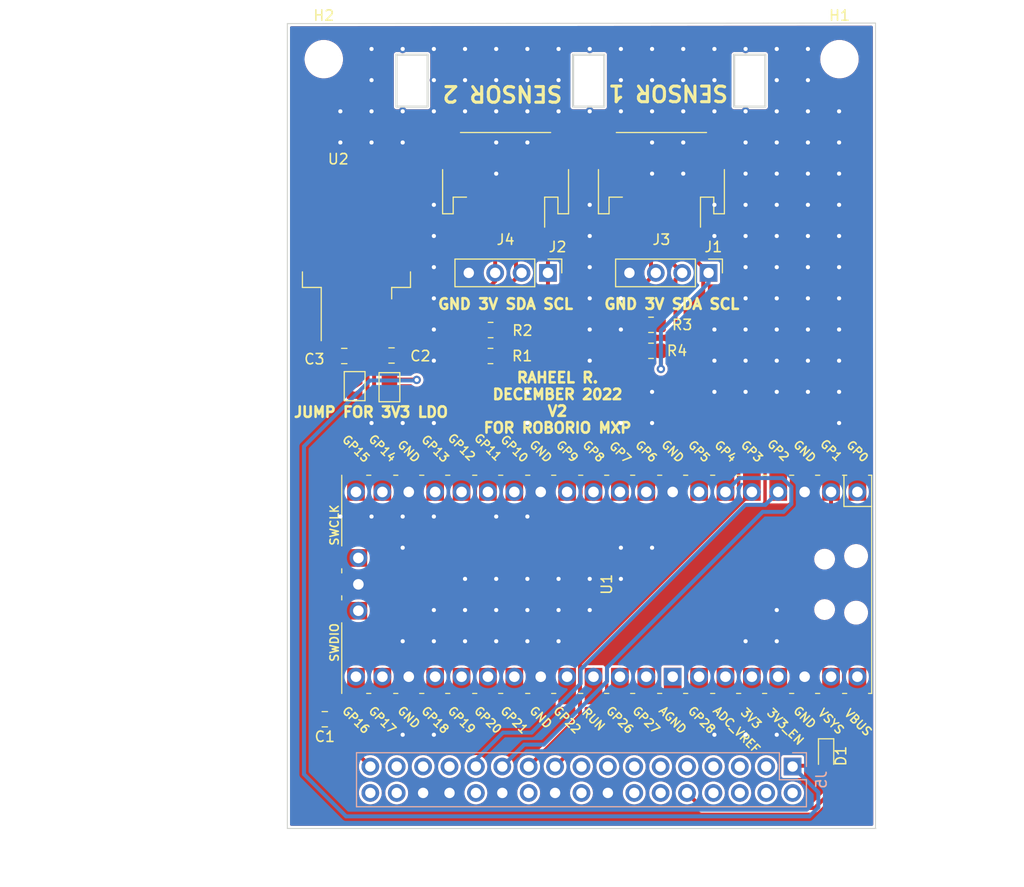
<source format=kicad_pcb>
(kicad_pcb (version 20211014) (generator pcbnew)
  (layers (0 "F.Cu" signal) (31 "B.Cu" signal) (34 "B.Paste" user) (35 "F.Paste" user) (36 "B.SilkS" user "B.Silkscreen") (37 "F.SilkS" user "F.Silkscreen") (38 "B.Mask" user) (39 "F.Mask" user) (44 "Edge.Cuts" user))
  (net 0 "")
  (net 1 "/SCL1")
  (net 2 "/SDA1")
  (net 3 "+3V3")
  (net 4 "GND")
  (net 5 "/SCL2")
  (net 6 "/SDA2")
  (net 7 "+5V")
  (net 16 "/RIO_RX")
  (net 55 "/S_CS")
  (net 56 "/SCLK")
  (net 57 "/CIPO")
  (net 58 "/COPI")
  (net 60 "Net-(C2-Pad1)")
  (net 61 "Net-(C3-Pad1)")
  (net 62 "Net-(D1-Pad1)")
  (footprint "MountingHole:MountingHole_3.2mm_M3" (layer "F.Cu") (at 172.2333 61.5725)
    (fp_text reference "H1")
    (fp_text value "MountingHole")
  )
  (footprint "Connector_PinHeader_2.54mm:PinHeader_1x04_P2.54mm_Vertical" (layer "F.Cu") (at 159.6365 82.1435 -90)
    (fp_text reference "J1")
    (fp_text value "DUPONT")
  )
  (footprint "Resistor_SMD:R_0805_2012Metric" (layer "F.Cu") (at 154.0965 87.1435 180)
    (fp_text reference "R3")
    (fp_text value "4.7k")
  )
  (footprint "Resistor_SMD:R_0805_2012Metric" (layer "F.Cu") (at 138.6465 90.1435 180)
    (fp_text reference "R1")
    (fp_text value "4.7k")
  )
  (footprint "Capacitor_SMD:C_0805_2012Metric" (layer "F.Cu") (at 129.1215 90.0935)
    (fp_text reference "C2")
    (fp_text value "10uF")
  )
  (footprint "Diode_SMD:D_0603_1608Metric_Pad1.05x0.95mm_HandSolder" (layer "F.Cu") (at 170.9465 128.6435 -90)
    (fp_text reference "D1")
    (fp_text value "D_Schottky")
  )
  (footprint "Jumper:SolderJumper-2_P1.3mm_Open_TrianglePad1.0x1.5mm" (layer "F.Cu") (at 128.9215 93.1435 -90)
    (fp_text reference "JP1" hide)
    (fp_text value "Jumper_2_Open")
  )
  (footprint "Connector_JST:JST_PH_S4B-PH-SM4-TB_1x04-1MP_P2.00mm_Horizontal" (layer "F.Cu") (at 140.0965 73.1435 180)
    (fp_text reference "J4")
    (fp_text value "JST")
  )
  (footprint "Jumper:SolderJumper-2_P1.3mm_Open_TrianglePad1.0x1.5mm" (layer "F.Cu") (at 125.5715 93.0435 -90)
    (fp_text reference "JP2" hide)
    (fp_text value "Jumper_2_Open")
  )
  (footprint "MCU_RaspberryPi_and_Boards:RPi_Pico_SMD_TH" (layer "F.Cu") (at 149.8305 112.1185 -90)
    (fp_text reference "U1")
    (fp_text value "Pico")
  )
  (footprint "Resistor_SMD:R_0805_2012Metric" (layer "F.Cu") (at 138.659 87.6435 180)
    (fp_text reference "R2")
    (fp_text value "4.7k")
  )
  (footprint "Capacitor_SMD:C_0805_2012Metric" (layer "F.Cu") (at 122.7 125.1 180)
    (fp_text reference "C1")
    (fp_text value "10uF")
  )
  (footprint "Resistor_SMD:R_0805_2012Metric" (layer "F.Cu") (at 154.0965 89.6435 180)
    (fp_text reference "R4")
    (fp_text value "4.7k")
  )
  (footprint "Connector_PinHeader_2.54mm:PinHeader_1x04_P2.54mm_Vertical" (layer "F.Cu") (at 144.1765 82.1435 -90)
    (fp_text reference "J2")
    (fp_text value "DUPONT")
  )
  (footprint "Connector_JST:JST_PH_S4B-PH-SM4-TB_1x04-1MP_P2.00mm_Horizontal" (layer "F.Cu") (at 155.0965 73.1435 180)
    (fp_text reference "J3")
    (fp_text value "JST")
  )
  (footprint "Package_TO_SOT_SMD:TO-263-3_TabPin2" (layer "F.Cu") (at 125.7465 80.5935 90)
    (fp_text reference "U2")
    (fp_text value "LM1117-3.3")
  )
  (footprint "MountingHole:MountingHole_3.2mm_M3" (layer "F.Cu") (at 122.6017 61.5725)
    (fp_text reference "H2")
    (fp_text value "MountingHole")
  )
  (footprint "Capacitor_SMD:C_0805_2012Metric" (layer "F.Cu") (at 124.5715 90.1435 180)
    (fp_text reference "C3")
    (fp_text value "100uF")
  )
  (footprint "Connector_PinSocket_2.54mm:PinSocket_2x17_P2.54mm_Vertical" (layer "B.Cu") (at 167.7215 129.6535 90)
    (fp_text reference "J5")
    (fp_text value "MXP")
  )
  (gr_rect (start 162.0965 61.1435) (end 165.0965 66.1435) (layer "Edge.Cuts") (width 0.2) (fill none))
  (gr_line (start 175.7 58.1) (end 175.7 135.6135) (layer "Edge.Cuts") (width 0.1))
  (gr_rect (start 146.5965 61.1435) (end 149.5965 66.1435) (layer "Edge.Cuts") (width 0.2) (fill none))
  (gr_line (start 119.0965 135.6135) (end 119.0965 58.1515) (layer "Edge.Cuts") (width 0.1))
  (gr_line (start 119.0965 58.1515) (end 175.7 58.1) (layer "Edge.Cuts") (width 0.1))
  (gr_line (start 175.7385 135.6135) (end 119.0965 135.6135) (layer "Edge.Cuts") (width 0.1))
  (gr_rect (start 129.5965 61.1435) (end 132.5965 66.1435) (layer "Edge.Cuts") (width 0.2) (fill none))
  (gr_text "GND 3V SDA SCL" (at 140.0965 85.1435) (layer "F.SilkS") (effects (font (size 1.016 1.016) (thickness 0.254))))
  (gr_text "SENSOR 2\n" (at 139.7965 64.8935 180) (layer "F.SilkS") (effects (font (size 1.5 1.5) (thickness 0.3))))
  (gr_text "SENSOR 1" (at 155.7465 64.8435 180) (layer "F.SilkS") (effects (font (size 1.5 1.5) (thickness 0.3))))
  (gr_text "GND 3V SDA SCL" (at 156.0965 85.1435) (layer "F.SilkS") (effects (font (size 1.016 1.016) (thickness 0.254))))
  (gr_text "RAHEEL R.\nDECEMBER 2022\nV2\nFOR ROBORIO MXP" (at 145.0965 94.6435) (layer "F.SilkS") (effects (font (size 1 1) (thickness 0.25))))
  (gr_text "JUMP FOR 3V3 LDO" (at 127.1465 95.5435) (layer "F.SilkS") (effects (font (size 1 1) (thickness 0.25))))
  (segment (start 159.122668 84.117332) (end 159.122668 82.657332) (width 0.381) (layer "F.Cu") (net 1))
  (segment (start 158.0965 80.6035) (end 159.6365 82.1435) (width 0.381) (layer "F.Cu") (net 1))
  (segment (start 159.122668 82.657332) (end 159.6365 82.1435) (width 0.381) (layer "F.Cu") (net 1))
  (segment (start 151.1005 103.2285) (end 153.0155 105.1435) (width 0.381) (layer "F.Cu") (net 1))
  (segment (start 157.421 104.819) (end 157.421 85.819) (width 0.381) (layer "F.Cu") (net 1))
  (segment (start 155.0465 89.681) (end 155.009 89.6435) (width 0.381) (layer "F.Cu") (net 1))
  (segment (start 157.421 85.819) (end 159.122668 84.117332) (width 0.381) (layer "F.Cu") (net 1))
  (segment (start 153.0155 105.1435) (end 157.0965 105.1435) (width 0.381) (layer "F.Cu") (net 1))
  (segment (start 158.0965 74.9935) (end 158.0965 80.6035) (width 0.381) (layer "F.Cu") (net 1))
  (segment (start 155.0465 91.3935) (end 155.0465 89.681) (width 0.381) (layer "F.Cu") (net 1))
  (segment (start 157.0965 105.1435) (end 157.421 104.819) (width 0.381) (layer "F.Cu") (net 1))
  (via (at 155.0465 91.3935) (size 0.8) (drill 0.4) (layers "F.Cu" "B.Cu") (net 1))
  (segment (start 155.0465 87.6935) (end 159.6365 83.1035) (width 0.381) (layer "B.Cu") (net 1))
  (segment (start 159.6365 83.1035) (end 159.6365 82.1435) (width 0.381) (layer "B.Cu") (net 1))
  (segment (start 155.0465 91.3935) (end 155.0465 87.6935) (width 0.381) (layer "B.Cu") (net 1))
  (segment (start 156.0965 74.9935) (end 156.0965 81.1435) (width 0.381) (layer "F.Cu") (net 2))
  (segment (start 156.4465 98.6815) (end 154.94 100.188) (width 0.381) (layer "F.Cu") (net 2))
  (segment (start 155.009 87.1435) (end 155.009 86.231) (width 0.381) (layer "F.Cu") (net 2))
  (segment (start 154.94 100.188) (end 154.94 101.929) (width 0.381) (layer "F.Cu") (net 2))
  (segment (start 157.0965 82.1435) (end 156.4465 82.7935) (width 0.381) (layer "F.Cu") (net 2))
  (segment (start 156.4465 84.7935) (end 156.4465 98.6815) (width 0.381) (layer "F.Cu") (net 2))
  (segment (start 156.0965 81.1435) (end 157.0965 82.1435) (width 0.381) (layer "F.Cu") (net 2))
  (segment (start 154.94 101.929) (end 153.6405 103.2285) (width 0.381) (layer "F.Cu") (net 2))
  (segment (start 155.009 86.231) (end 156.4465 84.7935) (width 0.381) (layer "F.Cu") (net 2))
  (segment (start 156.4465 82.7935) (end 156.4465 84.7935) (width 0.381) (layer "F.Cu") (net 2))
  (segment (start 139.0965 82.1435) (end 139.0965 82.9435) (width 0.381) (layer "F.Cu") (net 3))
  (segment (start 137.323171 89.732671) (end 137.153 89.902842) (width 0.381) (layer "F.Cu") (net 3))
  (segment (start 153.0965 90.7435) (end 147.32 96.52) (width 0.381) (layer "F.Cu") (net 3))
  (segment (start 154.5565 82.1435) (end 153.0965 83.6035) (width 0.381) (layer "F.Cu") (net 3))
  (segment (start 137.16 106.33) (end 135.2215 108.2685) (width 0.381) (layer "F.Cu") (net 3))
  (segment (start 147.32 105.92) (end 144.8465 108.3935) (width 0.381) (layer "F.Cu") (net 3))
  (segment (start 127.0815 129.6535) (end 123.5965 126.1685) (width 0.381) (layer "F.Cu") (net 3))
  (segment (start 137.16 100.188) (end 137.16 106.33) (width 0.381) (layer "F.Cu") (net 3))
  (segment (start 126.562 94.759) (end 133.1185 94.759) (width 0.381) (layer "F.Cu") (net 3))
  (segment (start 137.734 84.306) (end 137.734 99.614) (width 0.381) (layer "F.Cu") (net 3))
  (segment (start 154.0965 74.9935) (end 154.0965 81.6835) (width 0.381) (layer "F.Cu") (net 3))
  (segment (start 135.0965 108.3935) (end 135.2215 108.2685) (width 0.381) (layer "F.Cu") (net 3))
  (segment (start 139.0965 82.9435) (end 137.734 84.306) (width 0.381) (layer "F.Cu") (net 3))
  (segment (start 144.8465 108.3935) (end 135.0965 108.3935) (width 0.381) (layer "F.Cu") (net 3))
  (segment (start 137.153 90.384158) (end 137.4155 90.646658) (width 0.381) (layer "F.Cu") (net 3))
  (segment (start 125.5715 93.7685) (end 126.562 94.759) (width 0.381) (layer "F.Cu") (net 3))
  (segment (start 147.32 96.52) (end 147.32 105.92) (width 0.381) (layer "F.Cu") (net 3))
  (segment (start 137.153 89.902842) (end 137.153 90.384158) (width 0.381) (layer "F.Cu") (net 3))
  (segment (start 139.0965 74.9935) (end 139.0965 82.1435) (width 0.381) (layer "F.Cu") (net 3))
  (segment (start 123.5965 126.1685) (end 123.5965 119.8935) (width 0.381) (layer "F.Cu") (net 3))
  (segment (start 133.1185 94.759) (end 137.734 90.1435) (width 0.381) (layer "F.Cu") (net 3))
  (segment (start 153.0965 83.6035) (end 153.0965 90.7435) (width 0.381) (layer "F.Cu") (net 3))
  (segment (start 137.734 99.614) (end 137.16 100.188) (width 0.381) (layer "F.Cu") (net 3))
  (segment (start 123.5965 119.8935) (end 135.2215 108.2685) (width 0.381) (layer "F.Cu") (net 3))
  (segment (start 154.0965 81.6835) (end 154.5565 82.1435) (width 0.381) (layer "F.Cu") (net 3))
  (via (at 172.1965 81.5935) (size 0.8) (drill 0.4) (layers "F.Cu" "B.Cu") (net 4))
  (via (at 154.1965 72.5935) (size 0.8) (drill 0.4) (layers "F.Cu" "B.Cu") (net 4))
  (via (at 166.1965 84.5935) (size 0.8) (drill 0.4) (layers "F.Cu" "B.Cu") (net 4))
  (via (at 142.1965 111.5935) (size 0.8) (drill 0.4) (layers "F.Cu" "B.Cu") (net 4))
  (via (at 133.1965 105.5935) (size 0.8) (drill 0.4) (layers "F.Cu" "B.Cu") (net 4))
  (via (at 145.1965 66.5935) (size 0.8) (drill 0.4) (layers "F.Cu" "B.Cu") (net 4))
  (via (at 163.1965 66.5935) (size 0.8) (drill 0.4) (layers "F.Cu" "B.Cu") (net 4))
  (via (at 166.1965 90.5935) (size 0.8) (drill 0.4) (layers "F.Cu" "B.Cu") (net 4))
  (via (at 169.1965 81.5935) (size 0.8) (drill 0.4) (layers "F.Cu" "B.Cu") (net 4))
  (via (at 169.1965 63.5935) (size 0.8) (drill 0.4) (layers "F.Cu" "B.Cu") (net 4))
  (via (at 127.1965 63.5935) (size 0.8) (drill 0.4) (layers "F.Cu" "B.Cu") (net 4))
  (via (at 133.1965 90.5935) (size 0.8) (drill 0.4) (layers "F.Cu" "B.Cu") (net 4))
  (via (at 127.1965 96.5935) (size 0.8) (drill 0.4) (layers "F.Cu" "B.Cu") (net 4))
  (via (at 157.1965 66.5935) (size 0.8) (drill 0.4) (layers "F.Cu" "B.Cu") (net 4))
  (via (at 148.1965 114.5935) (size 0.8) (drill 0.4) (layers "F.Cu" "B.Cu") (net 4))
  (via (at 166.1965 75.5935) (size 0.8) (drill 0.4) (layers "F.Cu" "B.Cu") (net 4))
  (via (at 163.1965 90.5935) (size 0.8) (drill 0.4) (layers "F.Cu" "B.Cu") (net 4))
  (via (at 133.1965 114.5935) (size 0.8) (drill 0.4) (layers "F.Cu" "B.Cu") (net 4))
  (via (at 172.1965 90.5935) (size 0.8) (drill 0.4) (layers "F.Cu" "B.Cu") (net 4))
  (via (at 154.1965 66.5935) (size 0.8) (drill 0.4) (layers "F.Cu" "B.Cu") (net 4))
  (via (at 136.1965 63.5935) (size 0.8) (drill 0.4) (layers "F.Cu" "B.Cu") (net 4))
  (via (at 163.1965 84.5935) (size 0.8) (drill 0.4) (layers "F.Cu" "B.Cu") (net 4))
  (via (at 133.1965 60.5935) (size 0.8) (drill 0.4) (layers "F.Cu" "B.Cu") (net 4))
  (via (at 160.1965 60.5935) (size 0.8) (drill 0.4) (layers "F.Cu" "B.Cu") (net 4))
  (via (at 124.1965 66.5935) (size 0.8) (drill 0.4) (layers "F.Cu" "B.Cu") (net 4))
  (via (at 160.1965 78.5935) (size 0.8) (drill 0.4) (layers "F.Cu" "B.Cu") (net 4))
  (via (at 142.1965 93.5935) (size 0.8) (drill 0.4) (layers "F.Cu" "B.Cu") (net 4))
  (via (at 139.1965 117.5935) (size 0.8) (drill 0.4) (layers "F.Cu" "B.Cu") (net 4))
  (via (at 130.1965 96.5935) (size 0.8) (drill 0.4) (layers "F.Cu" "B.Cu") (net 4))
  (via (at 139.1965 66.5935) (size 0.8) (drill 0.4) (layers "F.Cu" "B.Cu") (net 4))
  (via (at 151.1965 87.5935) (size 0.8) (drill 0.4) (layers "F.Cu" "B.Cu") (net 4))
  (via (at 136.1965 117.5935) (size 0.8) (drill 0.4) (layers "F.Cu" "B.Cu") (net 4))
  (via (at 148.1965 90.5935) (size 0.8) (drill 0.4) (layers "F.Cu" "B.Cu") (net 4))
  (via (at 169.1965 90.5935) (size 0.8) (drill 0.4) (layers "F.Cu" "B.Cu") (net 4))
  (via (at 142.1965 69.5935) (size 0.8) (drill 0.4) (layers "F.Cu" "B.Cu") (net 4))
  (via (at 142.1965 66.5935) (size 0.8) (drill 0.4) (layers "F.Cu" "B.Cu") (net 4))
  (via (at 154.1965 96.5935) (size 0.8) (drill 0.4) (layers "F.Cu" "B.Cu") (net 4))
  (via (at 169.1965 93.5935) (size 0.8) (drill 0.4) (layers "F.Cu" "B.Cu") (net 4))
  (via (at 169.1965 72.5935) (size 0.8) (drill 0.4) (layers "F.Cu" "B.Cu") (net 4))
  (via (at 136.1965 66.5935) (size 0.8) (drill 0.4) (layers "F.Cu" "B.Cu") (net 4))
  (via (at 160.1965 90.5935) (size 0.8) (drill 0.4) (layers "F.Cu" "B.Cu") (net 4))
  (via (at 148.1965 87.5935) (size 0.8) (drill 0.4) (layers "F.Cu" "B.Cu") (net 4))
  (via (at 163.1965 81.5935) (size 0.8) (drill 0.4) (layers "F.Cu" "B.Cu") (net 4))
  (via (at 133.1965 63.5935) (size 0.8) (drill 0.4) (layers "F.Cu" "B.Cu") (net 4))
  (via (at 145.1965 111.5935) (size 0.8) (drill 0.4) (layers "F.Cu" "B.Cu") (net 4))
  (via (at 133.1965 66.5935) (size 0.8) (drill 0.4) (layers "F.Cu" "B.Cu") (net 4))
  (via (at 154.1965 60.5935) (size 0.8) (drill 0.4) (layers "F.Cu" "B.Cu") (net 4))
  (via (at 172.1965 87.5935) (size 0.8) (drill 0.4) (layers "F.Cu" "B.Cu") (net 4))
  (via (at 148.1965 75.5935) (size 0.8) (drill 0.4) (layers "F.Cu" "B.Cu") (net 4))
  (via (at 127.1965 60.5935) (size 0.8) (drill 0.4) (layers "F.Cu" "B.Cu") (net 4))
  (via (at 157.1965 63.5935) (size 0.8) (drill 0.4) (layers "F.Cu" "B.Cu") (net 4))
  (via (at 169.1965 84.5935) (size 0.8) (drill 0.4) (layers "F.Cu" "B.Cu") (net 4))
  (via (at 127.1965 66.5935) (size 0.8) (drill 0.4) (layers "F.Cu" "B.Cu") (net 4))
  (via (at 139.1965 72.5935) (size 0.8) (drill 0.4) (layers "F.Cu" "B.Cu") (net 4))
  (via (at 160.1965 93.5935) (size 0.8) (drill 0.4) (layers "F.Cu" "B.Cu") (net 4))
  (via (at 172.1965 84.5935) (size 0.8) (drill 0.4) (layers "F.Cu" "B.Cu") (net 4))
  (via (at 154.1965 63.5935) (size 0.8) (drill 0.4) (layers "F.Cu" "B.Cu") (net 4))
  (via (at 163.1965 60.5935) (size 0.8) (drill 0.4) (layers "F.Cu" "B.Cu") (net 4))
  (via (at 130.1965 105.5935) (size 0.8) (drill 0.4) (layers "F.Cu" "B.Cu") (net 4))
  (via (at 148.1965 84.5935) (size 0.8) (drill 0.4) (layers "F.Cu" "B.Cu") (net 4))
  (via (at 172.1965 69.5935) (size 0.8) (drill 0.4) (layers "F.Cu" "B.Cu") (net 4))
  (via (at 145.1965 63.5935) (size 0.8) (drill 0.4) (layers "F.Cu" "B.Cu") (net 4))
  (via (at 148.1965 111.5935) (size 0.8) (drill 0.4) (layers "F.Cu" "B.Cu") (net 4))
  (via (at 169.1965 66.5935) (size 0.8) (drill 0.4) (layers "F.Cu" "B.Cu") (net 4))
  (via (at 142.1965 60.5935) (size 0.8) (drill 0.4) (layers "F.Cu" "B.Cu") (net 4))
  (via (at 151.1965 108.5935) (size 0.8) (drill 0.4) (layers "F.Cu" "B.Cu") (net 4))
  (via (at 133.1965 81.5935) (size 0.8) (drill 0.4) (layers "F.Cu" "B.Cu") (net 4))
  (via (at 163.1965 87.5935) (size 0.8) (drill 0.4) (layers "F.Cu" "B.Cu") (net 4))
  (via (at 130.1965 126.5935) (size 0.8) (drill 0.4) (layers "F.Cu" "B.Cu") (net 4))
  (via (at 148.1965 78.5935) (size 0.8) (drill 0.4) (layers "F.Cu" "B.Cu") (net 4))
  (via (at 169.1965 78.5935) (size 0.8) (drill 0.4) (layers "F.Cu" "B.Cu") (net 4))
  (via (at 166.1965 87.5935) (size 0.8) (drill 0.4) (layers "F.Cu" "B.Cu") (net 4))
  (via (at 151.1965 111.5935) (size 0.8) (drill 0.4) (layers "F.Cu" "B.Cu") (net 4))
  (via (at 163.1965 126.5935) (size 0.8) (drill 0.4) (layers "F.Cu" "B.Cu") (net 4))
  (via (at 169.1965 69.5935) (size 0.8) (drill 0.4) (layers "F.Cu" "B.Cu") (net 4))
  (via (at 130.1965 69.5935) (size 0.8) (drill 0.4) (layers "F.Cu" "B.Cu") (net 4))
  (via (at 157.1965 60.5935) (size 0.8) (drill 0.4) (layers "F.Cu" "B.Cu") (net 4))
  (via (at 166.1965 66.5935) (size 0.8) (drill 0.4) (layers "F.Cu" "B.Cu") (net 4))
  (via (at 127.1965 105.5935) (size 0.8) (drill 0.4) (layers "F.Cu" "B.Cu") (net 4))
  (via (at 166.1965 69.5935) (size 0.8) (drill 0.4) (layers "F.Cu" "B.Cu") (net 4))
  (via (at 145.1965 117.5935) (size 0.8) (drill 0.4) (layers "F.Cu" "B.Cu") (net 4))
  (via (at 160.1965 75.5935) (size 0.8) (drill 0.4) (layers "F.Cu" "B.Cu") (net 4))
  (via (at 142.1965 63.5935) (size 0.8) (drill 0.4) (layers "F.Cu" "B.Cu") (net 4))
  (via (at 136.1965 111.5935) (size 0.8) (drill 0.4) (layers "F.Cu" "B.Cu") (net 4))
  (via (at 133.1965 84.5935) (size 0.8) (drill 0.4) (layers "F.Cu" "B.Cu") (net 4))
  (via (at 142.1965 105.5935) (size 0.8) (drill 0.4) (layers "F.Cu" "B.Cu") (net 4))
  (via (at 163.1965 93.5935) (size 0.8) (drill 0.4) (layers "F.Cu" "B.Cu") (net 4))
  (via (at 163.1965 75.5935) (size 0.8) (drill 0.4) (layers "F.Cu" "B.Cu") (net 4))
  (via (at 151.1965 96.5935) (size 0.8) (drill 0.4) (layers "F.Cu" "B.Cu") (net 4))
  (via (at 166.1965 93.5935) (size 0.8) (drill 0.4) (layers "F.Cu" "B.Cu") (net 4))
  (via (at 133.1965 96.5935) (size 0.8) (drill 0.4) (layers "F.Cu" "B.Cu") (net 4))
  (via (at 133.1965 75.5935) (size 0.8) (drill 0.4) (layers "F.Cu" "B.Cu") (net 4))
  (via (at 154.1965 69.5935) (size 0.8) (drill 0.4) (layers "F.Cu" "B.Cu") (net 4))
  (via (at 133.1965 126.5935) (size 0.8) (drill 0.4) (layers "F.Cu" "B.Cu") (net 4))
  (via (at 166.1965 81.5935) (size 0.8) (drill 0.4) (layers "F.Cu" "B.Cu") (net 4))
  (via (at 166.1965 114.5935) (size 0.8) (drill 0.4) (layers "F.Cu" "B.Cu") (net 4))
  (via (at 139.1965 111.5935) (size 0.8) (drill 0.4) (layers "F.Cu" "B.Cu") (net 4))
  (via (at 166.1965 72.5935) (size 0.8) (drill 0.4) (layers "F.Cu" "B.Cu") (net 4))
  (via (at 172.1965 93.5935) (size 0.8) (drill 0.4) (layers "F.Cu" "B.Cu") (net 4))
  (via (at 124.1965 69.5935) (size 0.8) (drill 0.4) (layers "F.Cu" "B.Cu") (net 4))
  (via (at 145.1965 60.5935) (size 0.8) (drill 0.4) (layers "F.Cu" "B.Cu") (net 4))
  (via (at 136.1965 60.5935) (size 0.8) (drill 0.4) (layers "F.Cu" "B.Cu") (net 4))
  (via (at 172.1965 96.5935) (size 0.8) (drill 0.4) (layers "F.Cu" "B.Cu") (net 4))
  (via (at 154.1965 93.5935) (size 0.8) (drill 0.4) (layers "F.Cu" "B.Cu") (net 4))
  (via (at 169.1965 75.5935) (size 0.8) (drill 0.4) (layers "F.Cu" "B.Cu") (net 4))
  (via (at 130.1965 108.5935) (size 0.8) (drill 0.4) (layers "F.Cu" "B.Cu") (net 4))
  (via (at 172.1965 72.5935) (size 0.8) (drill 0.4) (layers "F.Cu" "B.Cu") (net 4))
  (via (at 172.1965 75.5935) (size 0.8) (drill 0.4) (layers "F.Cu" "B.Cu") (net 4))
  (via (at 151.1965 84.5935) (size 0.8) (drill 0.4) (layers "F.Cu" "B.Cu") (net 4))
  (via (at 139.1965 105.5935) (size 0.8) (drill 0.4) (layers "F.Cu" "B.Cu") (net 4))
  (via (at 166.1965 78.5935) (size 0.8) (drill 0.4) (layers "F.Cu" "B.Cu") (net 4))
  (via (at 166.1965 60.5935) (size 0.8) (drill 0.4) (layers "F.Cu" "B.Cu") (net 4))
  (via (at 163.1965 117.5935) (size 0.8) (drill 0.4) (layers "F.Cu" "B.Cu") (net 4))
  (via (at 160.1965 63.5935) (size 0.8) (drill 0.4) (layers "F.Cu" "B.Cu") (net 4))
  (via (at 160.1965 87.5935) (size 0.8) (drill 0.4) (layers "F.Cu" "B.Cu") (net 4))
  (via (at 136.1965 114.5935) (size 0.8) (drill 0.4) (layers "F.Cu" "B.Cu") (net 4))
  (via (at 154.1965 108.5935) (size 0.8) (drill 0.4) (layers "F.Cu" "B.Cu") (net 4))
  (via (at 157.1965 72.5935) (size 0.8) (drill 0.4) (layers "F.Cu" "B.Cu") (net 4))
  (via (at 139.1965 69.5935) (size 0.8) (drill 0.4) (layers "F.Cu" "B.Cu") (net 4))
  (via (at 169.1965 87.5935) (size 0.8) (drill 0.4) (layers "F.Cu" "B.Cu") (net 4))
  (via (at 166.1965 117.5935) (size 0.8) (drill 0.4) (layers "F.Cu" "B.Cu") (net 4))
  (via (at 163.1965 78.5935) (size 0.8) (drill 0.4) (layers "F.Cu" "B.Cu") (net 4))
  (via (at 130.1965 117.5935) (size 0.8) (drill 0.4) (layers "F.Cu" "B.Cu") (net 4))
  (via (at 169.1965 60.5935) (size 0.8) (drill 0.4) (layers "F.Cu" "B.Cu") (net 4))
  (via (at 133.1965 87.5935) (size 0.8) (drill 0.4) (layers "F.Cu" "B.Cu") (net 4))
  (via (at 160.1965 66.5935) (size 0.8) (drill 0.4) (layers "F.Cu" "B.Cu") (net 4))
  (via (at 151.1965 63.5935) (size 0.8) (drill 0.4) (layers "F.Cu" "B.Cu") (net 4))
  (via (at 163.1965 69.5935) (size 0.8) (drill 0.4) (layers "F.Cu" "B.Cu") (net 4))
  (via (at 166.1965 126.5935) (size 0.8) (drill 0.4) (layers "F.Cu" "B.Cu") (net 4))
  (via (at 148.1965 66.5935) (size 0.8) (drill 0.4) (layers "F.Cu" "B.Cu") (net 4))
  (via (at 133.1965 78.5935) (size 0.8) (drill 0.4) (layers "F.Cu" "B.Cu") (net 4))
  (via (at 151.1965 66.5935) (size 0.8) (drill 0.4) (layers "F.Cu" "B.Cu") (net 4))
  (via (at 172.1965 78.5935) (size 0.8) (drill 0.4) (layers "F.Cu" "B.Cu") (net 4))
  (via (at 142.1965 117.5935) (size 0.8) (drill 0.4) (layers "F.Cu" "B.Cu") (net 4))
  (via (at 130.1965 66.5935) (size 0.8) (drill 0.4) (layers "F.Cu" "B.Cu") (net 4))
  (via (at 148.1965 60.5935) (size 0.8) (drill 0.4) (layers "F.Cu" "B.Cu") (net 4))
  (via (at 133.1965 117.5935) (size 0.8) (drill 0.4) (layers "F.Cu" "B.Cu") (net 4))
  (via (at 139.1965 63.5935) (size 0.8) (drill 0.4) (layers "F.Cu" "B.Cu") (net 4))
  (via (at 172.1965 66.5935) (size 0.8) (drill 0.4) (layers "F.Cu" "B.Cu") (net 4))
  (via (at 139.1965 60.5935) (size 0.8) (drill 0.4) (layers "F.Cu" "B.Cu") (net 4))
  (via (at 151.1965 60.5935) (size 0.8) (drill 0.4) (layers "F.Cu" "B.Cu") (net 4))
  (via (at 148.1965 81.5935) (size 0.8) (drill 0.4) (layers "F.Cu" "B.Cu") (net 4))
  (via (at 139.1965 114.5935) (size 0.8) (drill 0.4) (layers "F.Cu" "B.Cu") (net 4))
  (via (at 127.1965 69.5935) (size 0.8) (drill 0.4) (layers "F.Cu" "B.Cu") (net 4))
  (via (at 163.1965 72.5935) (size 0.8) (drill 0.4) (layers "F.Cu" "B.Cu") (net 4))
  (via (at 157.1965 69.5935) (size 0.8) (drill 0.4) (layers "F.Cu" "B.Cu") (net 4))
  (via (at 142.1965 114.5935) (size 0.8) (drill 0.4) (layers "F.Cu" "B.Cu") (net 4))
  (via (at 130.1965 60.5935) (size 0.8) (drill 0.4) (layers "F.Cu" "B.Cu") (net 4))
  (via (at 142.1965 96.5935) (size 0.8) (drill 0.4) (layers "F.Cu" "B.Cu") (net 4))
  (via (at 160.1965 126.5935) (size 0.8) (drill 0.4) (layers "F.Cu" "B.Cu") (net 4))
  (via (at 124.1965 105.5935) (size 0.8) (drill 0.4) (layers "F.Cu" "B.Cu") (net 4))
  (via (at 145.1965 114.5935) (size 0.8) (drill 0.4) (layers "F.Cu" "B.Cu") (net 4))
  (via (at 166.1965 63.5935) (size 0.8) (drill 0.4) (layers "F.Cu" "B.Cu") (net 4))
  (segment (start 139.4965 90.206) (end 144.1765 85.526) (width 0.381) (layer "F.Cu") (net 5))
  (segment (start 139.4965 100.0435) (end 139.4965 90.206) (width 0.381) (layer "F.Cu") (net 5))
  (segment (start 144.1765 76.0735) (end 144.1765 82.1435) (width 0.381) (layer "F.Cu") (net 5))
  (segment (start 144.1765 85.526) (end 144.1765 82.1435) (width 0.381) (layer "F.Cu") (net 5))
  (segment (start 140.9405 103.2285) (end 140.9405 101.4875) (width 0.381) (layer "F.Cu") (net 5))
  (segment (start 140.9405 101.4875) (end 139.4965 100.0435) (width 0.381) (layer "F.Cu") (net 5))
  (segment (start 143.0965 74.9935) (end 144.1765 76.0735) (width 0.381) (layer "F.Cu") (net 5))
  (segment (start 139.5715 84.2085) (end 141.6365 82.1435) (width 0.381) (layer "F.Cu") (net 6))
  (segment (start 146.0205 103.2285) (end 146.0205 74.0175) (width 0.381) (layer "F.Cu") (net 6))
  (segment (start 141.0965 74.1935) (end 141.0965 81.6035) (width 0.381) (layer "F.Cu") (net 6))
  (segment (start 144.7965 72.7935) (end 142.4965 72.7935) (width 0.381) (layer "F.Cu") (net 6))
  (segment (start 146.0205 74.0175) (end 144.7965 72.7935) (width 0.381) (layer "F.Cu") (net 6))
  (segment (start 139.5715 87.6435) (end 139.5715 84.2085) (width 0.381) (layer "F.Cu") (net 6))
  (segment (start 142.4965 72.7935) (end 141.0965 74.1935) (width 0.381) (layer "F.Cu") (net 6))
  (segment (start 141.0965 81.6035) (end 141.6365 82.1435) (width 0.381) (layer "F.Cu") (net 6))
  (segment (start 131.5465 92.4435) (end 131.5215 92.4185) (width 0.381) (layer "F.Cu") (net 7))
  (segment (start 167.7215 129.6535) (end 167.794 129.581) (width 0.381) (layer "F.Cu") (net 7))
  (segment (start 131.5215 92.4185) (end 128.9215 92.4185) (width 0.381) (layer "F.Cu") (net 7))
  (segment (start 167.794 129.581) (end 170.9465 129.581) (width 0.381) (layer "F.Cu") (net 7))
  (via (at 131.5465 92.4435) (size 0.8) (drill 0.4) (layers "F.Cu" "B.Cu") (net 7))
  (segment (start 120.6965 130.3935) (end 124.7465 134.4435) (width 0.381) (layer "B.Cu") (net 7))
  (segment (start 170.1965 132.1285) (end 167.7215 129.6535) (width 0.381) (layer "B.Cu") (net 7))
  (segment (start 131.4965 92.4935) (end 127.0465 92.4935) (width 0.381) (layer "B.Cu") (net 7))
  (segment (start 170.1965 133.5935) (end 170.1965 132.1285) (width 0.381) (layer "B.Cu") (net 7))
  (segment (start 131.5465 92.4435) (end 131.4965 92.4935) (width 0.381) (layer "B.Cu") (net 7))
  (segment (start 124.7465 134.4435) (end 169.3465 134.4435) (width 0.381) (layer "B.Cu") (net 7))
  (segment (start 169.3465 134.4435) (end 170.1965 133.5935) (width 0.381) (layer "B.Cu") (net 7))
  (segment (start 120.6965 98.8435) (end 120.6965 130.3935) (width 0.381) (layer "B.Cu") (net 7))
  (segment (start 127.0465 92.4935) (end 120.6965 98.8435) (width 0.381) (layer "B.Cu") (net 7))
  (segment (start 169.0965 116.2035) (end 172.661 119.768) (width 0.381) (layer "F.Cu") (net 16))
  (segment (start 169.8465 133.6435) (end 159.0115 133.6435) (width 0.381) (layer "F.Cu") (net 16))
  (segment (start 169.0965 108.1435) (end 169.0965 116.2035) (width 0.381) (layer "F.Cu") (net 16))
  (segment (start 171.4205 103.2285) (end 171.4205 105.8195) (width 0.381) (layer "F.Cu") (net 16))
  (segment (start 159.0115 133.6435) (end 157.5615 132.1935) (width 0.381) (layer "F.Cu") (net 16))
  (segment (start 172.661 119.768) (end 172.661 130.829) (width 0.381) (layer "F.Cu") (net 16))
  (segment (start 172.661 130.829) (end 169.8465 133.6435) (width 0.381) (layer "F.Cu") (net 16))
  (segment (start 171.4205 105.8195) (end 169.0965 108.1435) (width 0.381) (layer "F.Cu") (net 16))
  (segment (start 167.3465 97.3935) (end 170.121 100.168) (width 0.381) (layer "F.Cu") (net 55))
  (segment (start 158.7205 103.2285) (end 158.7205 101.4875) (width 0.381) (layer "F.Cu") (net 55))
  (segment (start 154.3265 127.1435) (end 147.3715 127.1435) (width 0.381) (layer "F.Cu") (net 55))
  (segment (start 170.121 105.869) (end 157.48 118.51) (width 0.381) (layer "F.Cu") (net 55))
  (segment (start 157.48 123.99) (end 154.3265 127.1435) (width 0.381) (layer "F.Cu") (net 55))
  (segment (start 147.3715 127.1435) (end 144.8615 129.6535) (width 0.381) (layer "F.Cu") (net 55))
  (segment (start 162.8145 97.3935) (end 167.3465 97.3935) (width 0.381) (layer "F.Cu") (net 55))
  (segment (start 157.48 118.51) (end 157.48 123.99) (width 0.381) (layer "F.Cu") (net 55))
  (segment (start 158.7205 101.4875) (end 162.8145 97.3935) (width 0.381) (layer "F.Cu") (net 55))
  (segment (start 170.121 100.168) (end 170.121 105.869) (width 0.381) (layer "F.Cu") (net 55))
  (segment (start 147.261 124.714) (end 147.261 119.768) (width 0.381) (layer "F.Cu") (net 56))
  (segment (start 147.261 119.768) (end 163.8005 103.2285) (width 0.381) (layer "F.Cu") (net 56))
  (segment (start 142.3215 129.6535) (end 147.261 124.714) (width 0.381) (layer "F.Cu") (net 56))
  (segment (start 141.8915 127.5435) (end 143.779832 127.5435) (width 0.381) (layer "B.Cu") (net 57))
  (segment (start 162.5955 101.8935) (end 161.2605 103.2285) (width 0.381) (layer "B.Cu") (net 57))
  (segment (start 166.8465 105.1435) (end 167.5965 104.3935) (width 0.381) (layer "B.Cu") (net 57))
  (segment (start 139.7815 129.6535) (end 141.8915 127.5435) (width 0.381) (layer "B.Cu") (net 57))
  (segment (start 166.759832 101.8935) (end 162.5955 101.8935) (width 0.381) (layer "B.Cu") (net 57))
  (segment (start 167.5965 104.3935) (end 167.5965 102.730168) (width 0.381) (layer "B.Cu") (net 57))
  (segment (start 149.86 120.13) (end 164.8465 105.1435) (width 0.381) (layer "B.Cu") (net 57))
  (segment (start 164.8465 105.1435) (end 166.8465 105.1435) (width 0.381) (layer "B.Cu") (net 57))
  (segment (start 149.86 121.463332) (end 149.86 120.13) (width 0.381) (layer "B.Cu") (net 57))
  (segment (start 167.5965 102.730168) (end 166.759832 101.8935) (width 0.381) (layer "B.Cu") (net 57))
  (segment (start 143.779832 127.5435) (end 149.86 121.463332) (width 0.381) (layer "B.Cu") (net 57))
  (segment (start 166.3405 103.2285) (end 165.1 104.469) (width 0.381) (layer "B.Cu") (net 58))
  (segment (start 142.5965 126.3935) (end 139.8465 126.3935) (width 0.381) (layer "B.Cu") (net 58))
  (segment (start 147.32 120.32) (end 147.32 121.67) (width 0.381) (layer "B.Cu") (net 58))
  (segment (start 165.1 104.469) (end 163.171 104.469) (width 0.381) (layer "B.Cu") (net 58))
  (segment (start 147.32 121.67) (end 142.5965 126.3935) (width 0.381) (layer "B.Cu") (net 58))
  (segment (start 137.2415 128.9985) (end 137.2415 129.6535) (width 0.381) (layer "B.Cu") (net 58))
  (segment (start 139.8465 126.3935) (end 137.2415 128.9985) (width 0.381) (layer "B.Cu") (net 58))
  (segment (start 163.171 104.469) (end 147.32 120.32) (width 0.381) (layer "B.Cu") (net 58))
  (segment (start 128.9215 93.8685) (end 128.2215 93.8685) (width 0.381) (layer "F.Cu") (net 60))
  (segment (start 127.4465 93.0935) (end 127.4465 90.8185) (width 0.381) (layer "F.Cu") (net 60))
  (segment (start 127.4465 90.8185) (end 128.1715 90.0935) (width 0.381) (layer "F.Cu") (net 60))
  (segment (start 128.1715 90.0935) (end 128.1715 86.4835) (width 0.381) (layer "F.Cu") (net 60))
  (segment (start 128.2215 93.8685) (end 127.4465 93.0935) (width 0.381) (layer "F.Cu") (net 60))
  (segment (start 128.1715 86.4835) (end 128.2865 86.3685) (width 0.381) (layer "F.Cu") (net 60))
  (segment (start 125.5715 92.3185) (end 125.7465 92.1435) (width 0.381) (layer "F.Cu") (net 61))
  (segment (start 125.7465 86.3685) (end 125.7465 77.2185) (width 0.381) (layer "F.Cu") (net 61))
  (segment (start 125.7465 92.1435) (end 125.7465 86.3685) (width 0.381) (layer "F.Cu") (net 61))
  (segment (start 170.9465 127.706) (end 170.9465 123.2235) (width 0.381) (layer "F.Cu") (net 62))
  (segment (start 170.9465 123.2235) (end 171.4205 122.7495) (width 0.381) (layer "F.Cu") (net 62))
  (segment (start 171.4205 122.7495) (end 171.4205 121.0085) (width 0.381) (layer "F.Cu") (net 62))
  (zone (net 4) (net_name "GND") (layers F&B.Cu) (name "stitch_zone_0") (connect_pads yes (clearance 0.254)) (min_thickness 0.254) (fill yes (thermal_gap 0.508) (thermal_bridge_width 0.508))
    (polygon (pts (xy 177.8 137.16) (xy 116.840001 137.16) (xy 116.84 55.88) (xy 177.8 55.88)))
  )
)
</source>
